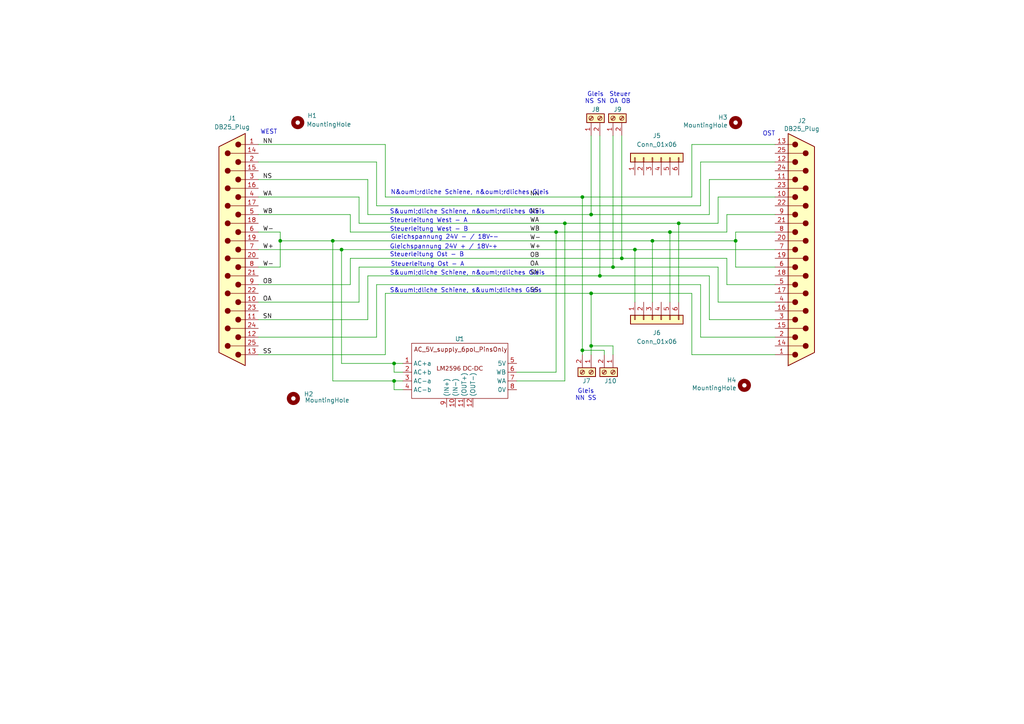
<source format=kicad_sch>
(kicad_sch (version 20231120) (generator "eeschema") (generator_version "8.0")
  (paper "A4")
  (title_block (date "2025-01-20"))
  (lib_symbols
    (symbol "Connector:DB25_Plug" (pin_names (offset 1.016) hide)
      (property "Reference" "J" (at 0 34.29 0))
      (property "Value" "DB25_Plug" (at 0 -34.925 0))
      (symbol "DB25_Plug_0_1"
        (circle (center -1.778 -30.48) (radius 0.762) (fill (type outline)))
        (circle (center -1.778 -25.4) (radius 0.762) (fill (type outline)))
        (circle (center -1.778 -20.32) (radius 0.762) (fill (type outline)))
        (circle (center -1.778 -15.24) (radius 0.762) (fill (type outline)))
        (circle (center -1.778 -10.16) (radius 0.762) (fill (type outline)))
        (circle (center -1.778 -5.08) (radius 0.762) (fill (type outline)))
        (circle (center -1.778 0) (radius 0.762) (fill (type outline)))
        (circle (center -1.778 5.08) (radius 0.762) (fill (type outline)))
        (circle (center -1.778 10.16) (radius 0.762) (fill (type outline)))
        (circle (center -1.778 15.24) (radius 0.762) (fill (type outline)))
        (circle (center -1.778 20.32) (radius 0.762) (fill (type outline)))
        (circle (center -1.778 25.4) (radius 0.762) (fill (type outline)))
        (circle (center -1.778 30.48) (radius 0.762) (fill (type outline)))
        (polyline (pts (xy -3.81 -30.48) (xy -2.54 -30.48)))
        (polyline (pts (xy -3.81 -27.94) (xy 0.508 -27.94)))
        (polyline (pts (xy -3.81 -25.4) (xy -2.54 -25.4)))
        (polyline (pts (xy -3.81 -22.86) (xy 0.508 -22.86)))
        (polyline (pts (xy -3.81 -20.32) (xy -2.54 -20.32)))
        (polyline (pts (xy -3.81 -17.78) (xy 0.508 -17.78)))
        (polyline (pts (xy -3.81 -15.24) (xy -2.54 -15.24)))
        (polyline (pts (xy -3.81 -12.7) (xy 0.508 -12.7)))
        (polyline (pts (xy -3.81 -10.16) (xy -2.54 -10.16)))
        (polyline (pts (xy -3.81 -7.62) (xy 0.508 -7.62)))
        (polyline (pts (xy -3.81 -5.08) (xy -2.54 -5.08)))
        (polyline (pts (xy -3.81 -2.54) (xy 0.508 -2.54)))
        (polyline (pts (xy -3.81 0) (xy -2.54 0)))
        (polyline (pts (xy -3.81 2.54) (xy 0.508 2.54)))
        (polyline (pts (xy -3.81 5.08) (xy -2.54 5.08)))
        (polyline (pts (xy -3.81 7.62) (xy 0.508 7.62)))
        (polyline (pts (xy -3.81 10.16) (xy -2.54 10.16)))
        (polyline (pts (xy -3.81 12.7) (xy 0.508 12.7)))
        (polyline (pts (xy -3.81 15.24) (xy -2.54 15.24)))
        (polyline (pts (xy -3.81 17.78) (xy 0.508 17.78)))
        (polyline (pts (xy -3.81 20.32) (xy -2.54 20.32)))
        (polyline (pts (xy -3.81 22.86) (xy 0.508 22.86)))
        (polyline (pts (xy -3.81 25.4) (xy -2.54 25.4)))
        (polyline (pts (xy -3.81 27.94) (xy 0.508 27.94)))
        (polyline (pts (xy -3.81 30.48) (xy -2.54 30.48)))
        (polyline (pts (xy -3.81 -33.655) (xy 3.81 -29.845) (xy 3.81 29.845) (xy -3.81 33.655) (xy -3.81 -33.655)) (stroke (width 0.254)) (fill (type background)))
        (circle (center 1.27 -27.94) (radius 0.762) (fill (type outline)))
        (circle (center 1.27 -22.86) (radius 0.762) (fill (type outline)))
        (circle (center 1.27 -17.78) (radius 0.762) (fill (type outline)))
        (circle (center 1.27 -12.7) (radius 0.762) (fill (type outline)))
        (circle (center 1.27 -7.62) (radius 0.762) (fill (type outline)))
        (circle (center 1.27 -2.54) (radius 0.762) (fill (type outline)))
        (circle (center 1.27 2.54) (radius 0.762) (fill (type outline)))
        (circle (center 1.27 7.62) (radius 0.762) (fill (type outline)))
        (circle (center 1.27 12.7) (radius 0.762) (fill (type outline)))
        (circle (center 1.27 17.78) (radius 0.762) (fill (type outline)))
        (circle (center 1.27 22.86) (radius 0.762) (fill (type outline)))
        (circle (center 1.27 27.94) (radius 0.762) (fill (type outline)))
      )
      (symbol "DB25_Plug_1_1"
        (pin passive line (at -7.62 -30.48 0) (length 3.81) (name "1") (number "1"))
        (pin passive line (at -7.62 15.24 0) (length 3.81) (name "10") (number "10"))
        (pin passive line (at -7.62 20.32 0) (length 3.81) (name "11") (number "11"))
        (pin passive line (at -7.62 25.4 0) (length 3.81) (name "12") (number "12"))
        (pin passive line (at -7.62 30.48 0) (length 3.81) (name "13") (number "13"))
        (pin passive line (at -7.62 -27.94 0) (length 3.81) (name "P14") (number "14"))
        (pin passive line (at -7.62 -22.86 0) (length 3.81) (name "P15") (number "15"))
        (pin passive line (at -7.62 -17.78 0) (length 3.81) (name "P16") (number "16"))
        (pin passive line (at -7.62 -12.7 0) (length 3.81) (name "P17") (number "17"))
        (pin passive line (at -7.62 -7.62 0) (length 3.81) (name "P18") (number "18"))
        (pin passive line (at -7.62 -2.54 0) (length 3.81) (name "P19") (number "19"))
        (pin passive line (at -7.62 -25.4 0) (length 3.81) (name "2") (number "2"))
        (pin passive line (at -7.62 2.54 0) (length 3.81) (name "P20") (number "20"))
        (pin passive line (at -7.62 7.62 0) (length 3.81) (name "P21") (number "21"))
        (pin passive line (at -7.62 12.7 0) (length 3.81) (name "P22") (number "22"))
        (pin passive line (at -7.62 17.78 0) (length 3.81) (name "P23") (number "23"))
        (pin passive line (at -7.62 22.86 0) (length 3.81) (name "P24") (number "24"))
        (pin passive line (at -7.62 27.94 0) (length 3.81) (name "P25") (number "25"))
        (pin passive line (at -7.62 -20.32 0) (length 3.81) (name "3") (number "3"))
        (pin passive line (at -7.62 -15.24 0) (length 3.81) (name "4") (number "4"))
        (pin passive line (at -7.62 -10.16 0) (length 3.81) (name "5") (number "5"))
        (pin passive line (at -7.62 -5.08 0) (length 3.81) (name "6") (number "6"))
        (pin passive line (at -7.62 0 0) (length 3.81) (name "7") (number "7"))
        (pin passive line (at -7.62 5.08 0) (length 3.81) (name "8") (number "8"))
        (pin passive line (at -7.62 10.16 0) (length 3.81) (name "9") (number "9"))
      )
    )
    (symbol "Connector_Generic:Conn_01x06" (pin_names (offset 1.016) hide)
      (property "Reference" "J" (at 0 7.62 0))
      (property "Value" "Conn_01x06" (at 0 -10.16 0))
      (symbol "Conn_01x06_1_1"
        (rectangle (start -1.27 -7.493) (end 0 -7.747) (stroke (width 0.1524)))
        (rectangle (start -1.27 -4.953) (end 0 -5.207) (stroke (width 0.1524)))
        (rectangle (start -1.27 -2.413) (end 0 -2.667) (stroke (width 0.1524)))
        (rectangle (start -1.27 0.127) (end 0 -0.127) (stroke (width 0.1524)))
        (rectangle (start -1.27 2.667) (end 0 2.413) (stroke (width 0.1524)))
        (rectangle (start -1.27 5.207) (end 0 4.953) (stroke (width 0.1524)))
        (rectangle (start -1.27 6.35) (end 1.27 -8.89) (stroke (width 0.254)) (fill (type background)))
        (pin passive line (at -5.08 5.08 0) (length 3.81) (name "Pin_1") (number "1"))
        (pin passive line (at -5.08 2.54 0) (length 3.81) (name "Pin_2") (number "2"))
        (pin passive line (at -5.08 0 0) (length 3.81) (name "Pin_3") (number "3"))
        (pin passive line (at -5.08 -2.54 0) (length 3.81) (name "Pin_4") (number "4"))
        (pin passive line (at -5.08 -5.08 0) (length 3.81) (name "Pin_5") (number "5"))
        (pin passive line (at -5.08 -7.62 0) (length 3.81) (name "Pin_6") (number "6"))
      )
    )
    (symbol "Mechanical:MountingHole" (pin_names (offset 1.016)) (exclude_from_sim yes) (in_bom no)
      (property "Reference" "H" (at 0 5.08 0))
      (property "Value" "MountingHole" (at 0 3.175 0))
      (symbol "MountingHole_0_1"
        (circle (center 0 0) (radius 1.27) (stroke (width 1.27)))
      )
    )
    (symbol "_kh_library:AC_5V_supply_6pol"
      (property "Reference" "U" (at 16.256 7.112 0))
      (symbol "AC_5V_supply_6pol_0_1"
        (rectangle (start 2.54 5.842) (end 30.48 -10.16))
      )
      (symbol "AC_5V_supply_6pol_1_1"
        (text "AC_5V_supply_6pol_PinsOnly" (at 16.764 4.064 0) (effects (font (size 1.27 1.27))))
        (text "LM2596 DC-DC" (at 16.51 -1.524 0) (effects (font (size 1.27 1.27))))
        (pin passive line (at 0 0 0) (length 2.54) (name "AC+a") (number "1"))
        (pin passive line (at 15.24 -12.7 90) (length 2.54) (name "(IN-)") (number "10"))
        (pin passive line (at 17.78 -12.7 90) (length 2.54) (name "(OUT+)") (number "11"))
        (pin passive line (at 20.32 -12.7 90) (length 2.54) (name "(OUT-)") (number "12"))
        (pin passive line (at 0 -2.54 0) (length 2.54) (name "AC+b") (number "2"))
        (pin passive line (at 0 -5.08 0) (length 2.54) (name "AC-a") (number "3"))
        (pin passive line (at 0 -7.62 0) (length 2.54) (name "AC-b") (number "4"))
        (pin passive line (at 33.02 0 180) (length 2.54) (name "5V") (number "5"))
        (pin passive line (at 33.02 -2.54 180) (length 2.54) (name "WB") (number "6"))
        (pin passive line (at 33.02 -5.08 180) (length 2.54) (name "WA") (number "7"))
        (pin passive line (at 33.02 -7.62 180) (length 2.54) (name "0V") (number "8"))
        (pin passive line (at 12.7 -12.7 90) (length 2.54) (name "(IN+)") (number "9"))
      )
    )
    (symbol "_kh_library:Screw_Terminal_01x02_P5" (pin_names (offset 1.016) hide)
      (property "Reference" "J" (at 2.286 0 0))
      (property "Value" "Screw_Terminal_01x02_P5" (at 6.35 -1.016 90))
      (symbol "Screw_Terminal_01x02_P5_1_1"
        (rectangle (start -1.27 1.27) (end 1.27 -3.81) (stroke (width 0.254)) (fill (type background)))
        (circle (center 0 -2.54) (radius 0.635) (stroke (width 0.1524)))
        (polyline (pts (xy -0.5334 -2.2098) (xy 0.3302 -3.048)) (stroke (width 0.1524)))
        (polyline (pts (xy -0.5334 0.3302) (xy 0.3302 -0.508)) (stroke (width 0.1524)))
        (polyline (pts (xy -0.3556 -2.032) (xy 0.508 -2.8702)) (stroke (width 0.1524)))
        (polyline (pts (xy -0.3556 0.508) (xy 0.508 -0.3302)) (stroke (width 0.1524)))
        (circle (center 0 0) (radius 0.635) (stroke (width 0.1524)))
        (pin passive line (at -5.08 0 0) (length 3.81) (name "Pin_1") (number "1"))
        (pin passive line (at -5.08 -2.54 0) (length 3.81) (name "Pin_2") (number "2"))
      )
    )
  )
  (junction (at 171.45 62.23))
  (junction (at 81.28 69.85))
  (junction (at 194.31 67.31))
  (junction (at 173.99 80.01))
  (junction (at 163.83 64.77))
  (junction (at 180.34 74.93))
  (junction (at 161.29 67.31))
  (junction (at 168.91 57.15))
  (junction (at 189.23 69.85))
  (junction (at 213.36 69.85))
  (junction (at 184.15 72.39))
  (junction (at 99.06 72.39))
  (junction (at 171.45 100.33))
  (junction (at 196.85 64.77))
  (junction (at 171.45 85.09))
  (junction (at 168.91 101.6))
  (junction (at 114.3 110.49))
  (junction (at 114.3 105.41))
  (junction (at 177.8 77.47))
  (junction (at 96.52 69.85))
  (wire (pts (xy 111.76 41.91) (xy 111.76 57.15)))
  (wire (pts (xy 171.45 85.09) (xy 171.45 100.33)))
  (wire (pts (xy 173.99 80.01) (xy 205.74 80.01)))
  (wire (pts (xy 177.8 100.33) (xy 171.45 100.33)))
  (wire (pts (xy 205.74 62.23) (xy 205.74 52.07)))
  (wire (pts (xy 210.82 62.23) (xy 224.79 62.23)))
  (wire (pts (xy 203.2 59.69) (xy 203.2 46.99)))
  (wire (pts (xy 200.66 102.87) (xy 224.79 102.87)))
  (wire (pts (xy 194.31 67.31) (xy 194.31 87.63)))
  (wire (pts (xy 184.15 72.39) (xy 184.15 87.63)))
  (wire (pts (xy 189.23 69.85) (xy 189.23 87.63)))
  (wire (pts (xy 74.93 41.91) (xy 111.76 41.91)))
  (wire (pts (xy 116.84 110.49) (xy 114.3 110.49)))
  (wire (pts (xy 168.91 57.15) (xy 200.66 57.15)))
  (wire (pts (xy 74.93 97.79) (xy 109.22 97.79)))
  (wire (pts (xy 194.31 67.31) (xy 210.82 67.31)))
  (wire (pts (xy 177.8 77.47) (xy 208.28 77.47)))
  (wire (pts (xy 74.93 102.87) (xy 111.76 102.87)))
  (wire (pts (xy 109.22 59.69) (xy 203.2 59.69)))
  (wire (pts (xy 168.91 101.6) (xy 175.26 101.6)))
  (wire (pts (xy 99.06 72.39) (xy 184.15 72.39)))
  (wire (pts (xy 189.23 69.85) (xy 213.36 69.85)))
  (wire (pts (xy 109.22 82.55) (xy 203.2 82.55)))
  (wire (pts (xy 208.28 64.77) (xy 208.28 57.15)))
  (wire (pts (xy 213.36 77.47) (xy 224.79 77.47)))
  (wire (pts (xy 161.29 107.95) (xy 161.29 67.31)))
  (wire (pts (xy 74.93 67.31) (xy 81.28 67.31)))
  (wire (pts (xy 74.93 82.55) (xy 101.6 82.55)))
  (wire (pts (xy 111.76 85.09) (xy 171.45 85.09)))
  (wire (pts (xy 104.14 87.63) (xy 104.14 77.47)))
  (wire (pts (xy 149.86 110.49) (xy 163.83 110.49)))
  (wire (pts (xy 200.66 57.15) (xy 200.66 41.91)))
  (wire (pts (xy 161.29 67.31) (xy 194.31 67.31)))
  (wire (pts (xy 74.93 52.07) (xy 106.68 52.07)))
  (wire (pts (xy 96.52 69.85) (xy 96.52 110.49)))
  (wire (pts (xy 99.06 72.39) (xy 99.06 105.41)))
  (wire (pts (xy 208.28 87.63) (xy 224.79 87.63)))
  (wire (pts (xy 210.82 74.93) (xy 210.82 82.55)))
  (wire (pts (xy 196.85 64.77) (xy 196.85 87.63)))
  (wire (pts (xy 111.76 102.87) (xy 111.76 85.09)))
  (wire (pts (xy 163.83 110.49) (xy 163.83 64.77)))
  (wire (pts (xy 74.93 46.99) (xy 109.22 46.99)))
  (wire (pts (xy 109.22 46.99) (xy 109.22 59.69)))
  (wire (pts (xy 114.3 107.95) (xy 116.84 107.95)))
  (wire (pts (xy 104.14 57.15) (xy 104.14 64.77)))
  (wire (pts (xy 114.3 105.41) (xy 114.3 107.95)))
  (wire (pts (xy 200.66 85.09) (xy 200.66 102.87)))
  (wire (pts (xy 173.99 39.37) (xy 173.99 80.01)))
  (wire (pts (xy 81.28 69.85) (xy 81.28 67.31)))
  (wire (pts (xy 180.34 74.93) (xy 210.82 74.93)))
  (wire (pts (xy 111.76 57.15) (xy 168.91 57.15)))
  (wire (pts (xy 205.74 52.07) (xy 224.79 52.07)))
  (wire (pts (xy 205.74 80.01) (xy 205.74 92.71)))
  (wire (pts (xy 114.3 110.49) (xy 114.3 113.03)))
  (wire (pts (xy 213.36 69.85) (xy 213.36 67.31)))
  (wire (pts (xy 106.68 92.71) (xy 106.68 80.01)))
  (wire (pts (xy 104.14 64.77) (xy 163.83 64.77)))
  (wire (pts (xy 213.36 69.85) (xy 213.36 77.47)))
  (wire (pts (xy 74.93 87.63) (xy 104.14 87.63)))
  (wire (pts (xy 74.93 62.23) (xy 101.6 62.23)))
  (wire (pts (xy 106.68 62.23) (xy 171.45 62.23)))
  (wire (pts (xy 208.28 77.47) (xy 208.28 87.63)))
  (wire (pts (xy 203.2 46.99) (xy 224.79 46.99)))
  (wire (pts (xy 74.93 72.39) (xy 99.06 72.39)))
  (wire (pts (xy 74.93 92.71) (xy 106.68 92.71)))
  (wire (pts (xy 109.22 97.79) (xy 109.22 82.55)))
  (wire (pts (xy 96.52 110.49) (xy 114.3 110.49)))
  (wire (pts (xy 177.8 39.37) (xy 177.8 77.47)))
  (wire (pts (xy 96.52 69.85) (xy 189.23 69.85)))
  (wire (pts (xy 99.06 105.41) (xy 114.3 105.41)))
  (wire (pts (xy 184.15 72.39) (xy 224.79 72.39)))
  (wire (pts (xy 171.45 100.33) (xy 171.45 102.87)))
  (wire (pts (xy 81.28 69.85) (xy 81.28 77.47)))
  (wire (pts (xy 106.68 52.07) (xy 106.68 62.23)))
  (wire (pts (xy 196.85 64.77) (xy 208.28 64.77)))
  (wire (pts (xy 116.84 105.41) (xy 114.3 105.41)))
  (wire (pts (xy 101.6 74.93) (xy 180.34 74.93)))
  (wire (pts (xy 210.82 67.31) (xy 210.82 62.23)))
  (wire (pts (xy 203.2 97.79) (xy 224.79 97.79)))
  (wire (pts (xy 101.6 67.31) (xy 161.29 67.31)))
  (wire (pts (xy 200.66 41.91) (xy 224.79 41.91)))
  (wire (pts (xy 114.3 113.03) (xy 116.84 113.03)))
  (wire (pts (xy 180.34 39.37) (xy 180.34 74.93)))
  (wire (pts (xy 149.86 107.95) (xy 161.29 107.95)))
  (wire (pts (xy 210.82 82.55) (xy 224.79 82.55)))
  (wire (pts (xy 163.83 64.77) (xy 196.85 64.77)))
  (wire (pts (xy 208.28 57.15) (xy 224.79 57.15)))
  (wire (pts (xy 171.45 85.09) (xy 200.66 85.09)))
  (wire (pts (xy 154.94 -12.7) (xy 148.59 -12.7)))
  (wire (pts (xy 74.93 77.47) (xy 81.28 77.47)))
  (wire (pts (xy 106.68 80.01) (xy 173.99 80.01)))
  (wire (pts (xy 177.8 102.87) (xy 177.8 100.33)))
  (wire (pts (xy 101.6 62.23) (xy 101.6 67.31)))
  (wire (pts (xy 205.74 92.71) (xy 224.79 92.71)))
  (wire (pts (xy 171.45 62.23) (xy 205.74 62.23)))
  (wire (pts (xy 203.2 82.55) (xy 203.2 97.79)))
  (wire (pts (xy 168.91 101.6) (xy 168.91 102.87)))
  (wire (pts (xy 171.45 39.37) (xy 171.45 62.23)))
  (wire (pts (xy 175.26 102.87) (xy 175.26 101.6)))
  (wire (pts (xy 168.91 57.15) (xy 168.91 101.6)))
  (wire (pts (xy 74.93 57.15) (xy 104.14 57.15)))
  (wire (pts (xy 101.6 82.55) (xy 101.6 74.93)))
  (wire (pts (xy 104.14 77.47) (xy 177.8 77.47)))
  (wire (pts (xy 81.28 69.85) (xy 96.52 69.85)))
  (wire (pts (xy 213.36 67.31) (xy 224.79 67.31)))
  (text "Gleis\nNS SN" (at 172.72 28.448 0) (effects (font (size 1.27 1.27))))
  (text "S&uuml;dliche Schiene, s&uuml;dliches Gleis" (at 113.03 84.328 0) (effects (font (size 1.27 1.27)) (justify left)))
  (text "S&uuml;dliche Schiene, n&ouml;rdliches Gleis" (at 113.03 61.468 0) (effects (font (size 1.27 1.27)) (justify left)))
  (text "Steuer\nOA OB" (at 179.832 28.448 0) (effects (font (size 1.27 1.27))))
  (text "Gleichspannung 24V - / 18V~-" (at 113.284 68.834 0) (effects (font (size 1.27 1.27)) (justify left)))
  (text "N&ouml;rdliche Schiene, n&ouml;rdliches Gleis" (at 113.284 55.88 0) (effects (font (size 1.27 1.27)) (justify left)))
  (text "Steuerleitung West - A" (at 113.03 64.008 0) (effects (font (size 1.27 1.27)) (justify left)))
  (text "Steuerleitung Ost - B" (at 113.03 73.914 0) (effects (font (size 1.27 1.27)) (justify left)))
  (text "Steuerleitung West - B" (at 113.03 66.548 0) (effects (font (size 1.27 1.27)) (justify left)))
  (text "WEST" (at 77.978 38.354 0) (effects (font (size 1.27 1.27))))
  (text "Gleichspannung 24V + / 18V~+" (at 113.03 71.628 0) (effects (font (size 1.27 1.27)) (justify left)))
  (text "OST" (at 223.012 38.862 0) (effects (font (size 1.27 1.27))))
  (text "Gleis\nNN SS" (at 169.926 114.554 0) (effects (font (size 1.27 1.27))))
  (text "S&uuml;dliche Schiene, n&ouml;rdliches Gleis" (at 113.03 79.248 0) (effects (font (size 1.27 1.27)) (justify left)))
  (text "Steuerleitung Ost - A" (at 113.284 76.708 0) (effects (font (size 1.27 1.27)) (justify left)))
  (label "NS" (at 153.67 62.23 0))
  (label "SN" (at 76.2 92.71 0))
  (label "WB" (at 153.67 67.31 0))
  (label "WB" (at 76.2 62.23 0))
  (label "WA" (at 76.2 57.15 0))
  (label "W-" (at 76.2 77.47 0))
  (label "WA" (at 153.67 64.77 0))
  (label "NS" (at 76.2 52.07 0))
  (label "OB" (at 76.2 82.55 0))
  (label "NN" (at 76.2 41.91 0))
  (label "SS" (at 153.67 85.09 0))
  (label "SS" (at 76.2 102.87 0))
  (label "OA" (at 153.67 77.47 0))
  (label "OA" (at 76.2 87.63 0))
  (label "W+" (at 153.67 72.39 0))
  (label "W-" (at 76.2 67.31 0))
  (label "NN" (at 153.67 57.15 0))
  (label "W-" (at 153.67 69.85 0))
  (label "W+" (at 76.2 72.39 0))
  (label "SN" (at 153.67 80.01 0))
  (label "OB" (at 153.67 74.93 0))
  (symbol (lib_id "Connector:DB25_Plug") (at 67.31 72.39 180) (unit 1)
    (property "Reference" "J1" (at 67.31 34.29 0))
    (property "Value" "DB25_Plug" (at 67.31 36.83 0))
    (property "Footprint" "_kh_library:DSUB-25_Male_Horizontal_P2.77x2.84mm_EdgePinOffset7.70mm_Housed_MountingHolesOffset9.12mm" (effects (hide yes)))
    (property "Description" "25-pin male plug pin D-SUB connector" (effects (hide yes)))
  )
  (symbol (lib_id "Mechanical:MountingHole") (at 215.9 111.76 180) (unit 1) (exclude_from_sim yes) (in_bom no)
    (property "Reference" "H4" (at 210.82 110.236 0) (effects (justify right)))
    (property "Value" "MountingHole" (at 200.66 112.522 0) (effects (justify right)))
    (property "Footprint" "MountingHole:MountingHole_2.7mm_M2.5_DIN965_Pad_TopBottom" (effects (hide yes)))
    (property "Description" "Mounting Hole without connection" (effects (hide yes)))
  )
  (symbol (lib_id "_kh_library:Screw_Terminal_01x02_P5") (at 171.45 34.29 90) (unit 1)
    (property "Reference" "J8" (at 173.99 31.75 90) (effects (justify left)))
    (property "Value" "Screw_Terminal_01x02_P5" (effects (hide yes)))
    (property "Footprint" "_kh_library:Screw_Terminal_01x02_P5" (effects (hide yes)))
    (property "Description" "Generic screw terminal, single row, 01x02" (effects (hide yes)))
  )
  (symbol (lib_id "_kh_library:Screw_Terminal_01x02_P5") (at 171.45 107.95 270) (unit 1)
    (property "Reference" "J7" (at 168.91 110.49 90) (effects (justify left)))
    (property "Value" "Screw_Terminal_01x02_P5" (effects (hide yes)))
    (property "Footprint" "_kh_library:Screw_Terminal_01x02_P5" (effects (hide yes)))
    (property "Description" "Generic screw terminal, single row, 01x02" (effects (hide yes)))
  )
  (symbol (lib_id "_kh_library:AC_5V_supply_6pol") (at 116.84 105.41 0) (unit 1)
    (property "Reference" "U1" (at 133.35 98.298 0))
    (property "Value" "~" (at 133.35 97.79 0))
    (property "Footprint" "_kh_library:AC_5V_supply_6pol_PinsOnly" (effects (hide yes)))
  )
  (symbol (lib_id "Connector_Generic:Conn_01x06") (at 189.23 92.71 90) (mirror x) (unit 1)
    (property "Reference" "J6" (at 190.5 96.52 90))
    (property "Value" "Conn_01x06" (at 190.5 99.06 90))
    (property "Footprint" "_kh_library:PinSocket_1x06_P2.54mm_Vertical_kh" (effects (hide yes)))
    (property "Description" "Generic connector, single row, 01x06, script generated (kicad-library-utils/schlib/autogen/connector/)" (effects (hide yes)))
  )
  (symbol (lib_id "Connector_Generic:Conn_01x06") (at 189.23 45.72 90) (unit 1)
    (property "Reference" "J5" (at 190.5 39.37 90))
    (property "Value" "Conn_01x06" (at 190.5 41.91 90))
    (property "Footprint" "_kh_library:PinSocket_1x06_P2.54mm_Vertical_kh" (effects (hide yes)))
    (property "Description" "Generic connector, single row, 01x06, script generated (kicad-library-utils/schlib/autogen/connector/)" (effects (hide yes)))
  )
  (symbol (lib_id "_kh_library:Screw_Terminal_01x02_P5") (at 177.8 107.95 270) (unit 1)
    (property "Reference" "J10" (at 175.26 110.49 90) (effects (justify left)))
    (property "Value" "Screw_Terminal_01x02_P5" (effects (hide yes)))
    (property "Footprint" "_kh_library:Screw_Terminal_01x02_P5" (effects (hide yes)))
    (property "Description" "Generic screw terminal, single row, 01x02" (effects (hide yes)))
  )
  (symbol (lib_id "Connector:DB25_Plug") (at 232.41 72.39 0) (unit 1)
    (property "Reference" "J2" (at 231.394 35.052 0) (effects (justify left)))
    (property "Value" "DB25_Plug" (at 227.33 37.338 0) (effects (justify left)))
    (property "Footprint" "_kh_library:DSUB-25_Male_Horizontal_P2.77x2.84mm_EdgePinOffset7.70mm_Housed_MountingHolesOffset9.12mm" (effects (hide yes)))
    (property "Description" "25-pin male plug pin D-SUB connector" (effects (hide yes)))
  )
  (symbol (lib_id "Mechanical:MountingHole") (at 86.36 35.56 180) (unit 1) (exclude_from_sim yes) (in_bom no)
    (property "Reference" "H1" (at 89.154 33.528 0) (effects (justify right)))
    (property "Value" "MountingHole" (at 88.9 36.068 0) (effects (justify right)))
    (property "Footprint" "MountingHole:MountingHole_2.7mm_M2.5_DIN965_Pad_TopBottom" (effects (hide yes)))
    (property "Description" "Mounting Hole without connection" (effects (hide yes)))
  )
  (symbol (lib_id "Mechanical:MountingHole") (at 85.09 115.57 180) (unit 1) (exclude_from_sim yes) (in_bom no)
    (property "Reference" "H2" (at 88.138 114.3 0) (effects (justify right)))
    (property "Value" "MountingHole" (at 88.392 116.078 0) (effects (justify right)))
    (property "Footprint" "MountingHole:MountingHole_2.7mm_M2.5_DIN965_Pad_TopBottom" (effects (hide yes)))
    (property "Description" "Mounting Hole without connection" (effects (hide yes)))
  )
  (symbol (lib_id "Mechanical:MountingHole") (at 213.36 35.56 180) (unit 1) (exclude_from_sim yes) (in_bom no)
    (property "Reference" "H3" (at 208.28 34.036 0) (effects (justify right)))
    (property "Value" "MountingHole" (at 198.12 36.322 0) (effects (justify right)))
    (property "Footprint" "MountingHole:MountingHole_2.7mm_M2.5_DIN965_Pad_TopBottom" (effects (hide yes)))
    (property "Description" "Mounting Hole without connection" (effects (hide yes)))
  )
  (symbol (lib_id "_kh_library:Screw_Terminal_01x02_P5") (at 177.8 34.29 90) (unit 1)
    (property "Reference" "J9" (at 180.34 31.75 90) (effects (justify left)))
    (property "Value" "Screw_Terminal_01x02_P5" (effects (hide yes)))
    (property "Footprint" "_kh_library:Screw_Terminal_01x02_P5" (effects (hide yes)))
    (property "Description" "Generic screw terminal, single row, 01x02" (effects (hide yes)))
  )
)
</source>
